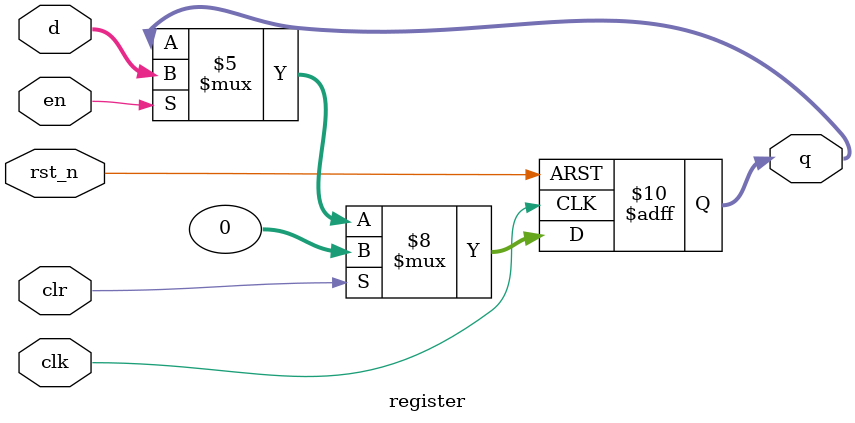
<source format=sv>
module register(clk, rst_n, clr, en, d, q);
	parameter NB = 32;
	input clk, rst_n, clr, en;
	input [NB-1:0] d;
	output logic [NB-1:0] q;

	always_ff @(posedge clk, negedge rst_n) begin
		if (rst_n == 0)
			q <= 0;
		else 
			if (clr == 1)
				q <= 0;
			else 
				if (en == 1)
					q <= d;
		end
endmodule
</source>
